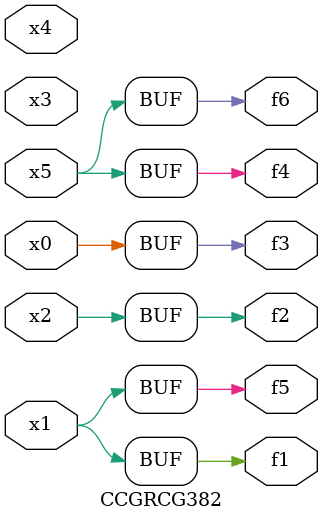
<source format=v>
module CCGRCG382(
	input x0, x1, x2, x3, x4, x5,
	output f1, f2, f3, f4, f5, f6
);
	assign f1 = x1;
	assign f2 = x2;
	assign f3 = x0;
	assign f4 = x5;
	assign f5 = x1;
	assign f6 = x5;
endmodule

</source>
